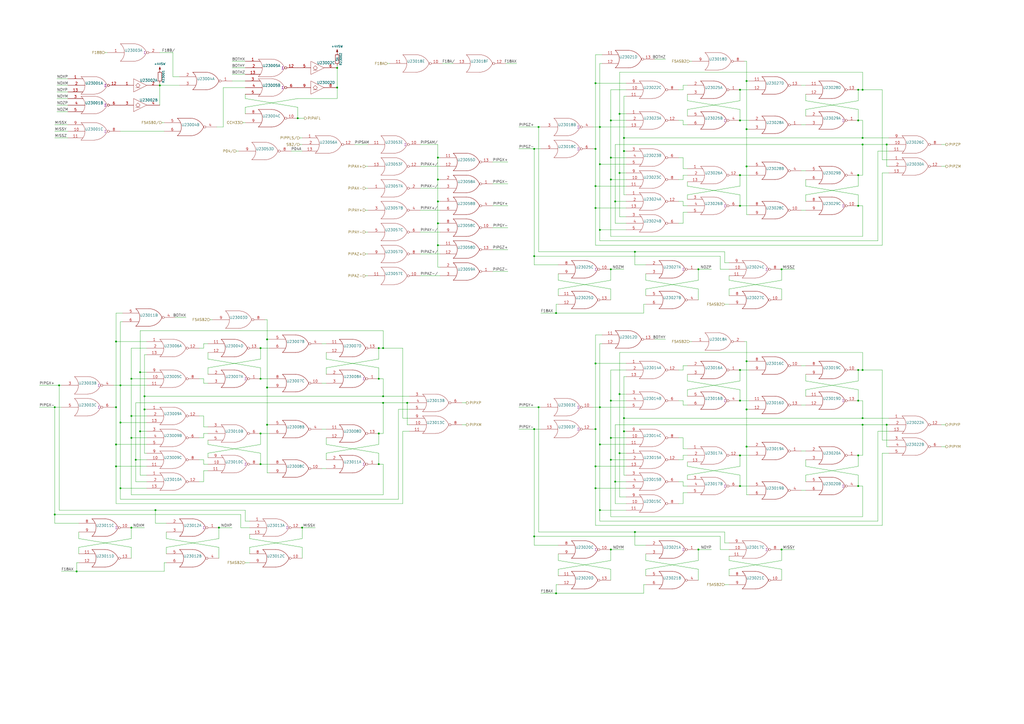
<source format=kicad_sch>
(kicad_sch (version 20211123) (generator eeschema)
  (paper "A2")
  (junction (at 67.31 270.51))
  (junction (at 69.85 283.21))
  (junction (at 175.26 306.07))
  (junction (at 83.82 237.49))
  (junction (at 433.07 237.49))
  (junction (at 356.87 116.84))
  (junction (at 405.13 318.77))
  (junction (at 497.84 69.85))
  (junction (at 345.44 270.51))
  (junction (at 453.39 318.77))
  (junction (at 347.98 133.35))
  (junction (at 347.98 295.91))
  (junction (at 497.84 232.41))
  (junction (at 254 116.84))
  (junction (at 312.42 236.22))
  (junction (at 151.13 251.46))
  (junction (at 453.39 156.21))
  (junction (at 433.07 259.08))
  (junction (at 347.98 236.22))
  (junction (at 44.45 331.47))
  (junction (at 322.58 181.61))
  (junction (at 254 91.44))
  (junction (at 368.3 146.05))
  (junction (at 368.3 308.61))
  (junction (at 309.88 248.92))
  (junction (at 359.41 100.33))
  (junction (at 359.41 228.6))
  (junction (at 69.85 223.52))
  (junction (at 34.29 223.52))
  (junction (at 76.2 254))
  (junction (at 154.94 196.85))
  (junction (at 500.38 52.07))
  (junction (at 361.95 250.19))
  (junction (at 76.2 219.71))
  (junction (at 67.31 198.12))
  (junction (at 67.31 236.22))
  (junction (at 76.2 241.3))
  (junction (at 236.22 233.68))
  (junction (at 429.26 101.6))
  (junction (at 345.44 86.36))
  (junction (at 345.44 248.92))
  (junction (at 83.82 229.87))
  (junction (at 347.98 257.81))
  (junction (at 429.26 69.85))
  (junction (at 78.74 266.7))
  (junction (at 429.26 119.38))
  (junction (at 69.85 245.11))
  (junction (at 429.26 232.41))
  (junction (at 309.88 86.36))
  (junction (at 433.07 209.55))
  (junction (at 345.44 283.21))
  (junction (at 219.71 201.93))
  (junction (at 361.95 87.63))
  (junction (at 67.31 257.81))
  (junction (at 354.33 156.21))
  (junction (at 92.71 49.53))
  (junction (at 497.84 101.6))
  (junction (at 312.42 73.66))
  (junction (at 76.2 306.07))
  (junction (at 354.33 254))
  (junction (at 429.26 214.63))
  (junction (at 90.17 295.91))
  (junction (at 361.95 242.57))
  (junction (at 254 129.54))
  (junction (at 354.33 318.77))
  (junction (at 345.44 210.82))
  (junction (at 154.94 224.79))
  (junction (at 356.87 279.4))
  (junction (at 514.35 83.82))
  (junction (at 345.44 107.95))
  (junction (at 497.84 119.38))
  (junction (at 309.88 148.59))
  (junction (at 345.44 48.26))
  (junction (at 195.58 50.8))
  (junction (at 361.95 80.01))
  (junction (at 151.13 219.71))
  (junction (at 345.44 120.65))
  (junction (at 309.88 311.15))
  (junction (at 433.07 46.99))
  (junction (at 354.33 232.41))
  (junction (at 354.33 104.14))
  (junction (at 127 306.07))
  (junction (at 497.84 52.07))
  (junction (at 500.38 80.01))
  (junction (at 151.13 269.24))
  (junction (at 219.71 251.46))
  (junction (at 433.07 96.52))
  (junction (at 222.25 229.87))
  (junction (at 514.35 246.38))
  (junction (at 500.38 83.82))
  (junction (at 172.72 68.58))
  (junction (at 222.25 233.68))
  (junction (at 81.28 250.19))
  (junction (at 347.98 73.66))
  (junction (at 151.13 201.93))
  (junction (at 359.41 262.89))
  (junction (at 429.26 52.07))
  (junction (at 429.26 281.94))
  (junction (at 219.71 269.24))
  (junction (at 354.33 69.85))
  (junction (at 500.38 242.57))
  (junction (at 497.84 214.63))
  (junction (at 322.58 344.17))
  (junction (at 429.26 264.16))
  (junction (at 31.75 298.45))
  (junction (at 433.07 74.93))
  (junction (at 500.38 246.38))
  (junction (at 347.98 95.25))
  (junction (at 405.13 156.21))
  (junction (at 31.75 236.22))
  (junction (at 81.28 215.9))
  (junction (at 254 104.14))
  (junction (at 354.33 266.7))
  (junction (at 254 142.24))
  (junction (at 219.71 219.71))
  (junction (at 500.38 214.63))
  (junction (at 354.33 91.44))
  (junction (at 497.84 281.94))
  (junction (at 497.84 264.16))
  (junction (at 195.58 39.37))
  (junction (at 222.25 201.93))
  (junction (at 359.41 66.04))
  (junction (at 154.94 246.38))
  (wire (pts (xy 464.82 99.06) (xy 467.36 99.06)))
  (wire (pts (xy 359.41 262.89) (xy 359.41 288.29)))
  (wire (pts (xy 313.69 181.61) (xy 322.58 181.61)))
  (wire (pts (xy 186.69 222.25) (xy 189.23 222.25)))
  (wire (pts (xy 195.58 38.1) (xy 195.58 39.37)))
  (wire (pts (xy 254 104.14) (xy 255.27 104.14)))
  (wire (pts (xy 433.07 46.99) (xy 433.07 74.93)))
  (wire (pts (xy 76.2 306.07) (xy 76.2 312.42)))
  (wire (pts (xy 396.24 69.85) (xy 396.24 72.39)))
  (wire (pts (xy 81.28 250.19) (xy 81.28 275.59)))
  (wire (pts (xy 467.36 270.51) (xy 467.36 266.7)))
  (wire (pts (xy 347.98 95.25) (xy 363.22 95.25)))
  (wire (pts (xy 361.95 80.01) (xy 361.95 87.63)))
  (wire (pts (xy 396.24 97.79) (xy 398.78 97.79)))
  (wire (pts (xy 347.98 257.81) (xy 347.98 295.91)))
  (wire (pts (xy 354.33 91.44) (xy 354.33 69.85)))
  (wire (pts (xy 497.84 119.38) (xy 500.38 119.38)))
  (wire (pts (xy 509.27 302.26) (xy 509.27 250.19)))
  (wire (pts (xy 309.88 316.23) (xy 323.85 316.23)))
  (wire (pts (xy 35.56 331.47) (xy 44.45 331.47)))
  (wire (pts (xy 345.44 142.24) (xy 511.81 142.24)))
  (wire (pts (xy 396.24 260.35) (xy 398.78 260.35)))
  (wire (pts (xy 323.85 162.56) (xy 323.85 158.75)))
  (wire (pts (xy 231.14 237.49) (xy 237.49 237.49)))
  (wire (pts (xy 354.33 318.77) (xy 361.95 318.77)))
  (wire (pts (xy 31.75 298.45) (xy 139.7 298.45)))
  (wire (pts (xy 361.95 55.88) (xy 363.22 55.88)))
  (wire (pts (xy 396.24 279.4) (xy 396.24 281.94)))
  (wire (pts (xy 96.52 317.5) (xy 96.52 321.31)))
  (wire (pts (xy 83.82 262.89) (xy 85.09 262.89)))
  (wire (pts (xy 433.07 198.12) (xy 433.07 209.55)))
  (wire (pts (xy 393.7 116.84) (xy 396.24 116.84)))
  (wire (pts (xy 115.57 241.3) (xy 118.11 241.3)))
  (wire (pts (xy 497.84 220.98) (xy 467.36 226.06)))
  (wire (pts (xy 453.39 336.55) (xy 453.39 330.2)))
  (wire (pts (xy 453.39 318.77) (xy 453.39 325.12)))
  (wire (pts (xy 69.85 223.52) (xy 85.09 223.52)))
  (wire (pts (xy 464.82 49.53) (xy 467.36 49.53)))
  (wire (pts (xy 345.44 194.31) (xy 345.44 210.82)))
  (wire (pts (xy 294.64 144.78) (xy 285.75 144.78)))
  (wire (pts (xy 429.26 101.6) (xy 429.26 107.95)))
  (wire (pts (xy 417.83 311.15) (xy 417.83 318.77)))
  (wire (pts (xy 361.95 87.63) (xy 361.95 113.03)))
  (wire (pts (xy 373.38 176.53) (xy 374.65 176.53)))
  (wire (pts (xy 309.88 248.92) (xy 313.69 248.92)))
  (wire (pts (xy 186.69 271.78) (xy 189.23 271.78)))
  (wire (pts (xy 154.94 196.85) (xy 154.94 224.79)))
  (wire (pts (xy 398.78 107.95) (xy 398.78 105.41)))
  (wire (pts (xy 405.13 318.77) (xy 405.13 325.12)))
  (wire (pts (xy 511.81 100.33) (xy 515.62 100.33)))
  (wire (pts (xy 497.84 52.07) (xy 500.38 52.07)))
  (wire (pts (xy 44.45 331.47) (xy 44.45 326.39)))
  (wire (pts (xy 76.2 287.02) (xy 76.2 254)))
  (wire (pts (xy 497.84 226.06) (xy 467.36 220.98)))
  (wire (pts (xy 354.33 266.7) (xy 363.22 266.7)))
  (wire (pts (xy 345.44 283.21) (xy 363.22 283.21)))
  (wire (pts (xy 345.44 120.65) (xy 363.22 120.65)))
  (wire (pts (xy 359.41 41.91) (xy 359.41 66.04)))
  (wire (pts (xy 396.24 254) (xy 396.24 260.35)))
  (wire (pts (xy 81.28 275.59) (xy 85.09 275.59)))
  (wire (pts (xy 101.6 184.15) (xy 107.95 184.15)))
  (wire (pts (xy 361.95 87.63) (xy 363.22 87.63)))
  (wire (pts (xy 356.87 129.54) (xy 363.22 129.54)))
  (wire (pts (xy 222.25 201.93) (xy 222.25 191.77)))
  (wire (pts (xy 393.7 254) (xy 396.24 254)))
  (wire (pts (xy 420.37 152.4) (xy 422.91 152.4)))
  (wire (pts (xy 500.38 41.91) (xy 359.41 41.91)))
  (wire (pts (xy 354.33 325.12) (xy 323.85 330.2)))
  (wire (pts (xy 142.24 39.37) (xy 134.62 39.37)))
  (wire (pts (xy 67.31 236.22) (xy 67.31 257.81)))
  (wire (pts (xy 359.41 262.89) (xy 363.22 262.89)))
  (wire (pts (xy 396.24 234.95) (xy 398.78 234.95)))
  (wire (pts (xy 354.33 330.2) (xy 323.85 325.12)))
  (wire (pts (xy 123.19 185.42) (xy 121.92 185.42)))
  (wire (pts (xy 254 116.84) (xy 255.27 116.84)))
  (wire (pts (xy 396.24 116.84) (xy 396.24 119.38)))
  (wire (pts (xy 76.2 254) (xy 76.2 241.3)))
  (wire (pts (xy 115.57 266.7) (xy 118.11 266.7)))
  (wire (pts (xy 78.74 266.7) (xy 78.74 279.4)))
  (wire (pts (xy 118.11 201.93) (xy 118.11 199.39)))
  (wire (pts (xy 125.73 73.66) (xy 129.54 73.66)))
  (wire (pts (xy 433.07 209.55) (xy 433.07 237.49)))
  (wire (pts (xy 34.29 223.52) (xy 34.29 295.91)))
  (wire (pts (xy 300.99 248.92) (xy 309.88 248.92)))
  (wire (pts (xy 120.65 213.36) (xy 120.65 217.17)))
  (wire (pts (xy 359.41 288.29) (xy 363.22 288.29)))
  (wire (pts (xy 368.3 146.05) (xy 368.3 153.67)))
  (wire (pts (xy 90.17 295.91) (xy 142.24 295.91)))
  (wire (pts (xy 354.33 173.99) (xy 354.33 167.64)))
  (wire (pts (xy 401.32 35.56) (xy 400.05 35.56)))
  (wire (pts (xy 354.33 254) (xy 354.33 232.41)))
  (wire (pts (xy 345.44 120.65) (xy 345.44 142.24)))
  (wire (pts (xy 67.31 236.22) (xy 66.04 236.22)))
  (wire (pts (xy 422.91 167.64) (xy 422.91 171.45)))
  (wire (pts (xy 345.44 48.26) (xy 345.44 86.36)))
  (wire (pts (xy 500.38 137.16) (xy 354.33 137.16)))
  (wire (pts (xy 243.84 160.02) (xy 255.27 160.02)))
  (wire (pts (xy 359.41 204.47) (xy 359.41 228.6)))
  (wire (pts (xy 344.17 73.66) (xy 347.98 73.66)))
  (wire (pts (xy 417.83 148.59) (xy 417.83 156.21)))
  (wire (pts (xy 417.83 318.77) (xy 422.91 318.77)))
  (wire (pts (xy 243.84 96.52) (xy 255.27 96.52)))
  (wire (pts (xy 429.26 63.5) (xy 398.78 58.42)))
  (wire (pts (xy 500.38 69.85) (xy 500.38 80.01)))
  (wire (pts (xy 78.74 233.68) (xy 222.25 233.68)))
  (wire (pts (xy 405.13 336.55) (xy 405.13 330.2)))
  (wire (pts (xy 361.95 218.44) (xy 363.22 218.44)))
  (wire (pts (xy 69.85 283.21) (xy 85.09 283.21)))
  (wire (pts (xy 115.57 254) (xy 118.11 254)))
  (wire (pts (xy 511.81 92.71) (xy 515.62 92.71)))
  (wire (pts (xy 151.13 251.46) (xy 156.21 251.46)))
  (wire (pts (xy 429.26 101.6) (xy 434.34 101.6)))
  (wire (pts (xy 354.33 214.63) (xy 363.22 214.63)))
  (wire (pts (xy 368.3 153.67) (xy 374.65 153.67)))
  (wire (pts (xy 396.24 49.53) (xy 398.78 49.53)))
  (wire (pts (xy 76.2 317.5) (xy 45.72 312.42)))
  (wire (pts (xy 354.33 91.44) (xy 363.22 91.44)))
  (wire (pts (xy 422.91 339.09) (xy 420.37 339.09)))
  (wire (pts (xy 396.24 101.6) (xy 398.78 101.6)))
  (wire (pts (xy 548.64 96.52) (xy 546.1 96.52)))
  (wire (pts (xy 151.13 257.81) (xy 120.65 262.89)))
  (wire (pts (xy 429.26 214.63) (xy 434.34 214.63)))
  (wire (pts (xy 393.7 266.7) (xy 396.24 266.7)))
  (wire (pts (xy 361.95 113.03) (xy 363.22 113.03)))
  (wire (pts (xy 374.65 330.2) (xy 374.65 334.01)))
  (wire (pts (xy 219.71 201.93) (xy 222.25 201.93)))
  (wire (pts (xy 154.94 246.38) (xy 156.21 246.38)))
  (wire (pts (xy 236.22 233.68) (xy 237.49 233.68)))
  (wire (pts (xy 429.26 69.85) (xy 434.34 69.85)))
  (wire (pts (xy 62.23 30.48) (xy 60.96 30.48)))
  (wire (pts (xy 154.94 274.32) (xy 156.21 274.32)))
  (wire (pts (xy 85.09 266.7) (xy 78.74 266.7)))
  (wire (pts (xy 254 129.54) (xy 255.27 129.54)))
  (wire (pts (xy 115.57 219.71) (xy 118.11 219.71)))
  (wire (pts (xy 405.13 325.12) (xy 374.65 330.2)))
  (wire (pts (xy 95.25 331.47) (xy 95.25 326.39)))
  (wire (pts (xy 453.39 173.99) (xy 453.39 167.64)))
  (wire (pts (xy 312.42 236.22) (xy 312.42 308.61)))
  (wire (pts (xy 361.95 218.44) (xy 361.95 242.57)))
  (wire (pts (xy 354.33 104.14) (xy 354.33 91.44)))
  (wire (pts (xy 92.71 48.26) (xy 92.71 49.53)))
  (wire (pts (xy 254 83.82) (xy 254 91.44)))
  (wire (pts (xy 76.2 201.93) (xy 85.09 201.93)))
  (wire (pts (xy 500.38 101.6) (xy 500.38 83.82)))
  (wire (pts (xy 142.24 295.91) (xy 142.24 302.26)))
  (wire (pts (xy 154.94 246.38) (xy 154.94 274.32)))
  (wire (pts (xy 433.07 259.08) (xy 434.34 259.08)))
  (wire (pts (xy 222.25 233.68) (xy 236.22 233.68)))
  (wire (pts (xy 142.24 71.12) (xy 140.97 71.12)))
  (wire (pts (xy 405.13 330.2) (xy 374.65 325.12)))
  (wire (pts (xy 294.64 93.98) (xy 285.75 93.98)))
  (wire (pts (xy 92.71 49.53) (xy 92.71 60.96)))
  (wire (pts (xy 347.98 302.26) (xy 509.27 302.26)))
  (wire (pts (xy 69.85 186.69) (xy 71.12 186.69)))
  (wire (pts (xy 429.26 270.51) (xy 398.78 275.59)))
  (wire (pts (xy 31.75 236.22) (xy 31.75 298.45)))
  (wire (pts (xy 312.42 146.05) (xy 368.3 146.05)))
  (wire (pts (xy 393.7 279.4) (xy 396.24 279.4)))
  (wire (pts (xy 514.35 83.82) (xy 515.62 83.82)))
  (wire (pts (xy 322.58 181.61) (xy 373.38 181.61)))
  (wire (pts (xy 422.91 162.56) (xy 422.91 160.02)))
  (wire (pts (xy 433.07 124.46) (xy 434.34 124.46)))
  (wire (pts (xy 345.44 194.31) (xy 349.25 194.31)))
  (wire (pts (xy 142.24 43.18) (xy 134.62 43.18)))
  (wire (pts (xy 500.38 281.94) (xy 500.38 299.72)))
  (wire (pts (xy 396.24 292.1) (xy 396.24 285.75)))
  (wire (pts (xy 254 116.84) (xy 254 129.54)))
  (wire (pts (xy 393.7 52.07) (xy 396.24 52.07)))
  (wire (pts (xy 359.41 100.33) (xy 363.22 100.33)))
  (wire (pts (xy 345.44 283.21) (xy 345.44 304.8)))
  (wire (pts (xy 309.88 148.59) (xy 417.83 148.59)))
  (wire (pts (xy 39.37 53.34) (xy 33.02 53.34)))
  (wire (pts (xy 294.64 106.68) (xy 285.75 106.68)))
  (wire (pts (xy 345.44 210.82) (xy 363.22 210.82)))
  (wire (pts (xy 129.54 73.66) (xy 129.54 50.8)))
  (wire (pts (xy 497.84 58.42) (xy 467.36 63.5)))
  (wire (pts (xy 345.44 107.95) (xy 363.22 107.95)))
  (wire (pts (xy 379.73 196.85) (xy 386.08 196.85)))
  (wire (pts (xy 500.38 204.47) (xy 359.41 204.47)))
  (wire (pts (xy 118.11 273.05) (xy 120.65 273.05)))
  (wire (pts (xy 497.84 232.41) (xy 500.38 232.41)))
  (wire (pts (xy 497.84 214.63) (xy 500.38 214.63)))
  (wire (pts (xy 322.58 181.61) (xy 322.58 176.53)))
  (wire (pts (xy 118.11 279.4) (xy 118.11 273.05)))
  (wire (pts (xy 254 91.44) (xy 255.27 91.44)))
  (wire (pts (xy 347.98 257.81) (xy 363.22 257.81)))
  (wire (pts (xy 322.58 344.17) (xy 373.38 344.17)))
  (wire (pts (xy 379.73 34.29) (xy 386.08 34.29)))
  (wire (pts (xy 127 312.42) (xy 96.52 317.5)))
  (wire (pts (xy 422.91 330.2) (xy 422.91 334.01)))
  (wire (pts (xy 243.84 134.62) (xy 255.27 134.62)))
  (wire (pts (xy 22.86 236.22) (xy 31.75 236.22)))
  (wire (pts (xy 467.36 220.98) (xy 467.36 217.17)))
  (wire (pts (xy 151.13 269.24) (xy 156.21 269.24)))
  (wire (pts (xy 151.13 201.93) (xy 156.21 201.93)))
  (wire (pts (xy 172.72 62.23) (xy 142.24 57.15)))
  (wire (pts (xy 175.26 80.01) (xy 173.99 80.01)))
  (wire (pts (xy 212.09 109.22) (xy 213.36 109.22)))
  (wire (pts (xy 254 142.24) (xy 254 154.94)))
  (wire (pts (xy 497.84 119.38) (xy 497.84 113.03)))
  (wire (pts (xy 83.82 237.49) (xy 83.82 262.89)))
  (wire (pts (xy 361.95 250.19) (xy 361.95 275.59)))
  (wire (pts (xy 347.98 199.39) (xy 347.98 236.22)))
  (wire (pts (xy 500.38 52.07) (xy 500.38 41.91)))
  (wire (pts (xy 95.25 71.12) (xy 93.98 71.12)))
  (wire (pts (xy 120.65 262.89) (xy 120.65 265.43)))
  (wire (pts (xy 396.24 285.75) (xy 398.78 285.75)))
  (wire (pts (xy 497.84 52.07) (xy 497.84 58.42)))
  (wire (pts (xy 354.33 69.85) (xy 354.33 52.07)))
  (wire (pts (xy 354.33 336.55) (xy 354.33 330.2)))
  (wire (pts (xy 354.33 318.77) (xy 354.33 325.12)))
  (wire (pts (xy 222.25 287.02) (xy 76.2 287.02)))
  (wire (pts (xy 398.78 58.42) (xy 398.78 54.61)))
  (wire (pts (xy 236.22 233.68) (xy 236.22 246.38)))
  (wire (pts (xy 83.82 205.74) (xy 83.82 229.87)))
  (wire (pts (xy 254 104.14) (xy 254 116.84)))
  (wire (pts (xy 312.42 73.66) (xy 313.69 73.66)))
  (wire (pts (xy 368.3 308.61) (xy 368.3 316.23)))
  (wire (pts (xy 69.85 245.11) (xy 85.09 245.11)))
  (wire (pts (xy 347.98 133.35) (xy 363.22 133.35)))
  (wire (pts (xy 420.37 308.61) (xy 420.37 314.96)))
  (wire (pts (xy 359.41 100.33) (xy 359.41 125.73)))
  (wire (pts (xy 118.11 247.65) (xy 120.65 247.65)))
  (wire (pts (xy 405.13 167.64) (xy 374.65 162.56)))
  (wire (pts (xy 81.28 215.9) (xy 85.09 215.9)))
  (wire (pts (xy 347.98 295.91) (xy 363.22 295.91)))
  (wire (pts (xy 67.31 292.1) (xy 233.68 292.1)))
  (wire (pts (xy 347.98 139.7) (xy 509.27 139.7)))
  (wire (pts (xy 373.38 339.09) (xy 374.65 339.09)))
  (wire (pts (xy 186.69 248.92) (xy 189.23 248.92)))
  (wire (pts (xy 154.94 185.42) (xy 154.94 196.85)))
  (wire (pts (xy 514.35 246.38) (xy 515.62 246.38)))
  (wire (pts (xy 34.29 223.52) (xy 35.56 223.52)))
  (wire (pts (xy 467.36 113.03) (xy 467.36 116.84)))
  (wire (pts (xy 422.91 325.12) (xy 422.91 322.58)))
  (wire (pts (xy 39.37 60.96) (xy 33.02 60.96)))
  (wire (pts (xy 151.13 208.28) (xy 120.65 213.36)))
  (wire (pts (xy 433.07 96.52) (xy 434.34 96.52)))
  (wire (pts (xy 420.37 314.96) (xy 422.91 314.96)))
  (wire (pts (xy 354.33 232.41) (xy 363.22 232.41)))
  (wire (pts (xy 95.25 326.39) (xy 96.52 326.39)))
  (wire (pts (xy 243.84 121.92) (xy 255.27 121.92)))
  (wire (pts (xy 139.7 298.45) (xy 139.7 306.07)))
  (wire (pts (xy 359.41 66.04) (xy 363.22 66.04)))
  (wire (pts (xy 500.38 214.63) (xy 500.38 204.47)))
  (wire (pts (xy 393.7 232.41) (xy 396.24 232.41)))
  (wire (pts (xy 393.7 292.1) (xy 396.24 292.1)))
  (wire (pts (xy 76.2 219.71) (xy 85.09 219.71)))
  (wire (pts (xy 195.58 39.37) (xy 195.58 50.8)))
  (wire (pts (xy 396.24 129.54) (xy 396.24 123.19)))
  (wire (pts (xy 405.13 318.77) (xy 412.75 318.77)))
  (wire (pts (xy 374.65 167.64) (xy 374.65 171.45)))
  (wire (pts (xy 270.51 233.68) (xy 267.97 233.68)))
  (wire (pts (xy 254 91.44) (xy 254 104.14)))
  (wire (pts (xy 345.44 86.36) (xy 345.44 107.95)))
  (wire (pts (xy 322.58 176.53) (xy 323.85 176.53)))
  (wire (pts (xy 186.69 199.39) (xy 189.23 199.39)))
  (wire (pts (xy 67.31 198.12) (xy 67.31 236.22)))
  (wire (pts (xy 345.44 248.92) (xy 344.17 248.92)))
  (wire (pts (xy 398.78 220.98) (xy 398.78 217.17)))
  (wire (pts (xy 433.07 74.93) (xy 434.34 74.93)))
  (wire (pts (xy 76.2 323.85) (xy 76.2 317.5)))
  (wire (pts (xy 345.44 270.51) (xy 345.44 283.21)))
  (wire (pts (xy 118.11 266.7) (xy 118.11 269.24)))
  (wire (pts (xy 347.98 36.83) (xy 349.25 36.83)))
  (wire (pts (xy 511.81 262.89) (xy 515.62 262.89)))
  (wire (pts (xy 69.85 283.21) (xy 69.85 289.56)))
  (wire (pts (xy 497.84 69.85) (xy 500.38 69.85)))
  (wire (pts (xy 100.33 30.48) (xy 100.33 44.45)))
  (wire (pts (xy 368.3 146.05) (xy 420.37 146.05)))
  (wire (pts (xy 361.95 55.88) (xy 361.95 80.01)))
  (wire (pts (xy 212.09 134.62) (xy 213.36 134.62)))
  (wire (pts (xy 309.88 86.36) (xy 313.69 86.36)))
  (wire (pts (xy 429.26 69.85) (xy 429.26 63.5)))
  (wire (pts (xy 219.71 257.81) (xy 189.23 262.89)))
  (wire (pts (xy 309.88 148.59) (xy 309.88 153.67)))
  (wire (pts (xy 345.44 48.26) (xy 363.22 48.26)))
  (wire (pts (xy 453.39 156.21) (xy 453.39 162.56)))
  (wire (pts (xy 226.06 36.83) (xy 224.79 36.83)))
  (wire (pts (xy 393.7 91.44) (xy 396.24 91.44)))
  (wire (pts (xy 69.85 245.11) (xy 69.85 283.21)))
  (wire (pts (xy 354.33 52.07) (xy 363.22 52.07)))
  (wire (pts (xy 433.07 74.93) (xy 433.07 96.52)))
  (wire (pts (xy 417.83 156.21) (xy 422.91 156.21)))
  (wire (pts (xy 69.85 223.52) (xy 69.85 245.11)))
  (wire (pts (xy 548.64 246.38) (xy 546.1 246.38)))
  (wire (pts (xy 398.78 270.51) (xy 398.78 267.97)))
  (wire (pts (xy 31.75 303.53) (xy 45.72 303.53)))
  (wire (pts (xy 433.07 46.99) (xy 434.34 46.99)))
  (wire (pts (xy 344.17 236.22) (xy 347.98 236.22)))
  (wire (pts (xy 323.85 325.12) (xy 323.85 321.31)))
  (wire (pts (xy 500.38 83.82) (xy 514.35 83.82)))
  (wire (pts (xy 396.24 123.19) (xy 398.78 123.19)))
  (wire (pts (xy 347.98 133.35) (xy 347.98 139.7)))
  (wire (pts (xy 429.26 52.07) (xy 434.34 52.07)))
  (wire (pts (xy 254 154.94) (xy 255.27 154.94)))
  (wire (pts (xy 142.24 302.26) (xy 144.78 302.26)))
  (wire (pts (xy 345.44 31.75) (xy 345.44 48.26)))
  (wire (pts (xy 172.72 68.58) (xy 176.53 68.58)))
  (wire (pts (xy 467.36 63.5) (xy 467.36 67.31)))
  (wire (pts (xy 151.13 251.46) (xy 151.13 257.81)))
  (wire (pts (xy 497.84 69.85) (xy 497.84 63.5)))
  (wire (pts (xy 511.81 304.8) (xy 511.81 262.89)))
  (wire (pts (xy 497.84 101.6) (xy 500.38 101.6)))
  (wire (pts (xy 345.44 86.36) (xy 344.17 86.36)))
  (wire (pts (xy 354.33 162.56) (xy 323.85 167.64)))
  (wire (pts (xy 354.33 167.64) (xy 323.85 162.56)))
  (wire (pts (xy 22.86 223.52) (xy 34.29 223.52)))
  (wire (pts (xy 233.68 242.57) (xy 237.49 242.57)))
  (wire (pts (xy 300.99 73.66) (xy 312.42 73.66)))
  (wire (pts (xy 154.94 224.79) (xy 154.94 246.38)))
  (wire (pts (xy 396.24 119.38) (xy 398.78 119.38)))
  (wire (pts (xy 347.98 95.25) (xy 347.98 133.35)))
  (wire (pts (xy 151.13 219.71) (xy 151.13 213.36)))
  (wire (pts (xy 398.78 63.5) (xy 398.78 67.31)))
  (wire (pts (xy 433.07 237.49) (xy 433.07 259.08)))
  (wire (pts (xy 233.68 201.93) (xy 233.68 242.57)))
  (wire (pts (xy 509.27 87.63) (xy 515.62 87.63)))
  (wire (pts (xy 464.82 284.48) (xy 467.36 284.48)))
  (wire (pts (xy 39.37 64.77) (xy 33.02 64.77)))
  (wire (pts (xy 139.7 306.07) (xy 144.78 306.07)))
  (wire (pts (xy 429.26 232.41) (xy 434.34 232.41)))
  (wire (pts (xy 433.07 35.56) (xy 433.07 46.99)))
  (wire (pts (xy 393.7 69.85) (xy 396.24 69.85)))
  (wire (pts (xy 219.71 269.24) (xy 222.25 269.24)))
  (wire (pts (xy 373.38 344.17) (xy 373.38 339.09)))
  (wire (pts (xy 219.71 251.46) (xy 219.71 257.81)))
  (wire (pts (xy 429.26 119.38) (xy 429.26 113.03)))
  (wire (pts (xy 429.26 58.42) (xy 398.78 63.5)))
  (wire (pts (xy 497.84 264.16) (xy 500.38 264.16)))
  (wire (pts (xy 118.11 269.24) (xy 120.65 269.24)))
  (wire (pts (xy 511.81 255.27) (xy 515.62 255.27)))
  (wire (pts (xy 500.38 299.72) (xy 354.33 299.72)))
  (wire (pts (xy 497.84 264.16) (xy 497.84 270.51)))
  (wire (pts (xy 144.78 326.39) (xy 142.24 326.39)))
  (wire (pts (xy 151.13 201.93) (xy 151.13 208.28)))
  (wire (pts (xy 96.52 312.42) (xy 96.52 308.61)))
  (wire (pts (xy 433.07 237.49) (xy 434.34 237.49)))
  (wire (pts (xy 67.31 198.12) (xy 85.09 198.12)))
  (wire (pts (xy 433.07 259.08) (xy 433.07 287.02)))
  (wire (pts (xy 422.91 176.53) (xy 420.37 176.53)))
  (wire (pts (xy 76.2 306.07) (xy 83.82 306.07)))
  (wire (pts (xy 467.36 58.42) (xy 467.36 54.61)))
  (wire (pts (xy 243.84 83.82) (xy 254 83.82)))
  (wire (pts (xy 172.72 68.58) (xy 172.72 62.23)))
  (wire (pts (xy 429.26 281.94) (xy 434.34 281.94)))
  (wire (pts (xy 345.44 210.82) (xy 345.44 248.92)))
  (wire (pts (xy 396.24 91.44) (xy 396.24 97.79)))
  (wire (pts (xy 373.38 181.61) (xy 373.38 176.53)))
  (wire (pts (xy 222.25 201.93) (xy 233.68 201.93)))
  (wire (pts (xy 347.98 36.83) (xy 347.98 73.66)))
  (wire (pts (xy 396.24 266.7) (xy 396.24 264.16)))
  (wire (pts (xy 433.07 209.55) (xy 434.34 209.55)))
  (wire (pts (xy 81.28 215.9) (xy 81.28 250.19)))
  (wire (pts (xy 497.84 113.03) (xy 467.36 107.95)))
  (wire (pts (xy 514.35 259.08) (xy 515.62 259.08)))
  (wire (pts (xy 67.31 181.61) (xy 71.12 181.61)))
  (wire (pts (xy 189.23 208.28) (xy 189.23 204.47)))
  (wire (pts (xy 429.26 214.63) (xy 429.26 220.98)))
  (wire (pts (xy 151.13 269.24) (xy 151.13 262.89)))
  (wire (pts (xy 309.88 248.92) (xy 309.88 311.15)))
  (wire (pts (xy 127 306.07) (xy 134.62 306.07)))
  (wire (pts (xy 396.24 212.09) (xy 398.78 212.09)))
  (wire (pts (xy 347.98 236.22) (xy 363.22 236.22)))
  (wire (pts (xy 45.72 317.5) (xy 45.72 321.31)))
  (wire (pts (xy 464.82 72.39) (xy 467.36 72.39)))
  (wire (pts (xy 312.42 73.66) (xy 312.42 146.05)))
  (wire (pts (xy 219.71 269.24) (xy 219.71 262.89)))
  (wire (pts (xy 396.24 264.16) (xy 398.78 264.16)))
  (wire (pts (xy 175.26 323.85) (xy 175.26 317.5)))
  (wire (pts (xy 118.11 241.3) (xy 118.11 247.65)))
  (wire (pts (xy 398.78 226.06) (xy 398.78 229.87)))
  (wire (pts (xy 396.24 281.94) (xy 398.78 281.94)))
  (wire (pts (xy 345.44 304.8) (xy 511.81 304.8)))
  (wire (pts (xy 356.87 246.38) (xy 500.38 246.38)))
  (wire (pts (xy 429.26 264.16) (xy 429.26 270.51)))
  (wire (pts (xy 294.64 132.08) (xy 285.75 132.08)))
  (wire (pts (xy 222.25 269.24) (xy 222.25 287.02)))
  (wire (pts (xy 151.13 262.89) (xy 120.65 257.81)))
  (wire (pts (xy 154.94 185.42) (xy 153.67 185.42)))
  (wire (pts (xy 39.37 80.01) (xy 31.75 80.01)))
  (wire (pts (xy 429.26 275.59) (xy 398.78 270.51)))
  (wire (pts (xy 118.11 219.71) (xy 118.11 222.25)))
  (wire (pts (xy 429.26 226.06) (xy 398.78 220.98)))
  (wire (pts (xy 398.78 113.03) (xy 398.78 115.57)))
  (wire (pts (xy 144.78 317.5) (xy 144.78 321.31)))
  (wire (pts (xy 129.54 50.8) (xy 142.24 50.8)))
  (wire (pts (xy 429.26 220.98) (xy 398.78 226.06)))
  (wire (pts (xy 118.11 251.46) (xy 120.65 251.46)))
  (wire (pts (xy 548.64 259.08) (xy 546.1 259.08)))
  (wire (pts (xy 396.24 72.39) (xy 398.78 72.39)))
  (wire (pts (xy 354.33 156.21) (xy 361.95 156.21)))
  (wire (pts (xy 497.84 63.5) (xy 467.36 58.42)))
  (wire (pts (xy 142.24 35.56) (xy 134.62 35.56)))
  (wire (pts (xy 354.33 299.72) (xy 354.33 266.7)))
  (wire (pts (xy 359.41 228.6) (xy 359.41 262.89)))
  (wire (pts (xy 361.95 242.57) (xy 500.38 242.57)))
  (wire (pts (xy 396.24 214.63) (xy 396.24 212.09)))
  (wire (pts (xy 222.25 251.46) (xy 222.25 233.68)))
  (wire (pts (xy 151.13 213.36) (xy 120.65 208.28)))
  (wire (pts (xy 453.39 325.12) (xy 422.91 330.2)))
  (wire (pts (xy 500.38 119.38) (xy 500.38 137.16)))
  (wire (pts (xy 92.71 30.48) (xy 100.33 30.48)))
  (wire (pts (xy 312.42 308.61) (xy 368.3 308.61)))
  (wire (pts (xy 322.58 344.17) (xy 322.58 339.09)))
  (wire (pts (xy 90.17 295.91) (xy 90.17 303.53)))
  (wire (pts (xy 363.22 279.4) (xy 356.87 279.4)))
  (wire (pts (xy 453.39 167.64) (xy 422.91 162.56)))
  (wire (pts (xy 66.04 223.52) (xy 69.85 223.52)))
  (wire (pts (xy 453.39 162.56) (xy 422.91 167.64)))
  (wire (pts (xy 195.58 50.8) (xy 195.58 57.15)))
  (wire (pts (xy 92.71 49.53) (xy 104.14 49.53)))
  (wire (pts (xy 67.31 270.51) (xy 67.31 292.1)))
  (wire (pts (xy 467.36 226.06) (xy 467.36 229.87)))
  (wire (pts (xy 356.87 246.38) (xy 356.87 279.4)))
  (wire (pts (xy 514.35 96.52) (xy 515.62 96.52)))
  (wire (pts (xy 354.33 266.7) (xy 354.33 254)))
  (wire (pts (xy 354.33 156.21) (xy 354.33 162.56)))
  (wire (pts (xy 189.23 262.89) (xy 189.23 266.7)))
  (wire (pts (xy 361.95 250.19) (xy 363.22 250.19)))
  (wire (pts (xy 345.44 270.51) (xy 363.22 270.51)))
  (wire (pts (xy 175.26 306.07) (xy 175.26 312.42)))
  (wire (pts (xy 509.27 250.19) (xy 515.62 250.19)))
  (wire (pts (xy 405.13 173.99) (xy 405.13 167.64)))
  (wire (pts (xy 312.42 236.22) (xy 313.69 236.22)))
  (wire (pts (xy 497.84 275.59) (xy 467.36 270.51)))
  (wire (pts (xy 219.71 251.46) (xy 222.25 251.46)))
  (wire (pts (xy 497.84 270.51) (xy 467.36 275.59)))
  (wire (pts (xy 293.37 36.83) (xy 299.72 36.83)))
  (wire (pts (xy 39.37 49.53) (xy 33.02 49.53)))
  (wire (pts (xy 356.87 292.1) (xy 363.22 292.1)))
  (wire (pts (xy 359.41 66.04) (xy 359.41 100.33)))
  (wire (pts (xy 142.24 62.23) (xy 142.24 66.04)))
  (wire (pts (xy 134.62 46.99) (xy 142.24 46.99)))
  (wire (pts (xy 354.33 137.16) (xy 354.33 104.14)))
  (wire (pts (xy 120.65 257.81) (xy 120.65 255.27)))
  (wire (pts (xy 429.26 281.94) (xy 429.26 275.59)))
  (wire (pts (xy 90.17 303.53) (xy 96.52 303.53)))
  (wire (pts (xy 309.88 86.36) (xy 309.88 148.59)))
  (wire (pts (xy 219.71 219.71) (xy 219.71 213.36)))
  (wire (pts (xy 31.75 236.22) (xy 35.56 236.22)))
  (wire (pts (xy 175.26 306.07) (xy 182.88 306.07)))
  (wire (pts (xy 300.99 86.36) (xy 309.88 86.36)))
  (wire (pts (xy 453.39 318.77) (xy 461.01 318.77)))
  (wire (pts (xy 429.26 119.38) (xy 434.34 119.38)))
  (wire (pts (xy 222.25 229.87) (xy 237.49 229.87)))
  (wire (pts (xy 497.84 281.94) (xy 500.38 281.94)))
  (wire (pts (xy 429.26 232.41) (xy 429.26 226.06)))
  (wire (pts (xy 368.3 308.61) (xy 420.37 308.61)))
  (wire (pts (xy 69.85 289.56) (xy 231.14 289.56)))
  (wire (pts (xy 500.38 214.63) (xy 511.81 214.63)))
  (wire (pts (xy 39.37 72.39) (xy 31.75 72.39)))
  (wire (pts (xy 433.07 198.12) (xy 431.8 198.12)))
  (wire (pts (xy 300.99 236.22) (xy 312.42 236.22)))
  (wire (pts (xy 396.24 52.07) (xy 396.24 49.53)))
  (wire (pts (xy 243.84 109.22) (xy 255.27 109.22)))
  (wire (pts (xy 212.09 96.52) (xy 213.36 96.52)))
  (wire (pts (xy 67.31 181.61) (xy 67.31 198.12)))
  (wire (pts (xy 175.26 312.42) (xy 144.78 317.5)))
  (wire (pts (xy 127 323.85) (xy 127 317.5)))
  (wire (pts (xy 514.35 83.82) (xy 514.35 96.52)))
  (wire (pts (xy 118.11 199.39) (xy 120.65 199.39)))
  (wire (pts (xy 83.82 229.87) (xy 222.25 229.87)))
  (wire (pts (xy 195.58 57.15) (xy 172.72 57.15)))
  (wire (pts (xy 154.94 224.79) (xy 156.21 224.79)))
  (wire (pts (xy 497.84 214.63) (xy 497.84 220.98)))
  (wire (pts (xy 67.31 257.81) (xy 67.31 270.51)))
  (wire (pts (xy 142.24 57.15) (xy 142.24 54.61)))
  (wire (pts (xy 243.84 147.32) (xy 255.27 147.32)))
  (wire (pts (xy 219.71 219.71) (xy 222.25 219.71)))
  (wire (pts (xy 120.65 208.28) (xy 120.65 204.47)))
  (wire (pts (xy 81.28 250.19) (xy 85.09 250.19)))
  (wire (pts (xy 497.84 232.41) (xy 497.84 226.06)))
  (wire (pts (xy 511.81 214.63) (xy 511.81 255.27)))
  (wire (pts (xy 500.38 246.38) (xy 514.35 246.38)))
  (wire (pts (xy 270.51 246.38) (xy 267.97 246.38)))
  (wire (pts (xy 497.84 101.6) (xy 497.84 107.95)))
  (wire (pts (xy 356.87 83.82) (xy 500.38 83.82)))
  (wire (pts (xy 345.44 248.92) (xy 345.44 270.51)))
  (wire (pts (xy 44.45 326.39) (xy 45.72 326.39)))
  (wire (pts (xy 500.38 52.07) (xy 511.81 52.07)))
  (wire (pts (xy 233.68 250.19) (xy 237.49 250.19)))
  (wire (pts (xy 347.98 199.39) (xy 349.25 199.39)))
  (wire (pts (xy 233.68 292.1) (xy 233.68 250.19)))
  (wire (pts (xy 500.38 232.41) (xy 500.38 242.57)))
  (wire (pts (xy 189.23 257.81) (xy 189.23 254)))
  (wire (pts (xy 115.57 201.93) (xy 118.11 201.93)))
  (wire (pts (xy 175.26 83.82) (xy 173.99 83.82)))
  (wire (pts (xy 189.23 213.36) (xy 189.23 217.17)))
  (wire (pts (xy 205.74 83.82) (xy 213.36 83.82)))
  (wire (pts (xy 393.7 214.63) (xy 396.24 214.63)))
  (wire (pts (xy 39.37 57.15) (xy 33.02 57.15)))
  (wire (pts (xy 464.82 234.95) (xy 467.36 234.95)))
  (wire (pts (xy 396.24 104.14) (xy 396.24 101.6)))
  (wire (pts (xy 222.25 219.71) (xy 222.25 229.87)))
  (wire (pts (xy 354.33 104.14) (xy 363.22 104.14)))
  (wire (pts (xy 393.7 129.54) (xy 396.24 129.54)))
  (wire (pts (xy 219.71 208.28) (xy 189.23 213.36)))
  (wire (pts (xy 356.87 83.82) (xy 356.87 116.84)))
  (wire (pts (xy 219.71 201.93) (xy 219.71 208.28)))
  (wire (pts (xy 363.22 116.84) (xy 356.87 116.84)))
  (wire (pts (xy 118.11 254) (xy 118.11 251.46)))
  (wire (pts (xy 69.85 186.69) (xy 69.85 223.52)))
  (wire (pts (xy 309.88 311.15) (xy 309.88 316.23)))
  (wire (pts (xy 45.72 312.42) (xy 45.72 308.61)))
  (wire (pts (xy 429.26 107.95) (xy 398.78 113.03)))
  (wire (pts (xy 374.65 325.12) (xy 374.65 321.31)))
  (wire (pts (xy 34.29 295.91) (xy 90.17 295.91)))
  (wire (pts (xy 219.71 213.36) (xy 189.23 208.28)))
  (wire (pts (xy 83.82 229.87) (xy 83.82 237.49)))
  (wire (pts (xy 497.84 281.94) (xy 497.84 275.59)))
  (wire (pts (xy 453.39 156.21) (xy 461.01 156.21)))
  (wire (pts (xy 212.09 160.02) (xy 213.36 160.02)))
  (wire (pts (xy 354.33 254) (xy 363.22 254)))
  (wire (pts (xy 401.32 198.12) (xy 400.05 198.12)))
  (wire (pts (xy 31.75 298.45) (xy 31.75 303.53)))
  (wire (pts (xy 359.41 125.73) (xy 363.22 125.73)))
  (wire (pts (xy 405.13 156.21) (xy 412.75 156.21)))
  (wire (pts (xy 368.3 316.23) (xy 374.65 316.23)))
  (wire (pts (xy 254 129.54) (xy 254 142.24)))
  (wire (pts (xy 39.37 76.2) (xy 31.75 76.2)))
  (wire (pts (xy 83.82 237.49) (xy 85.09 237.49)))
  (wire (pts (xy 420.37 146.05) (xy 420.37 152.4)))
  (wire (pts (xy 429.26 264.16) (xy 434.34 264.16)))
  (wire (pts (xy 433.07 35.56) (xy 431.8 35.56)))
  (wire (pts (xy 168.91 87.63) (xy 175.26 87.63)))
  (wire (pts (xy 354.33 232.41) (xy 354.33 214.63)))
  (wire (pts (xy 511.81 52.07) (xy 511.81 92.71)))
  (wire (pts (xy 313.69 344.17) (xy 322.58 344.17)))
  (wire (pts (xy 398.78 275.59) (xy 398.78 278.13)))
  (wire (pts (xy 345.44 31.75) (xy 349.25 31.75)))
  (wire (pts (xy 118.11 222.25) (xy 120.65 222.25)))
  (wire (pts (xy 67.31 270.51) (xy 85.09 270.51)))
  (wire (pts (xy 361.95 242.57) (xy 361.95 250.19)))
  (wire (pts (xy 361.95 80.01) (xy 500.38 80.01)))
  (wire (pts (xy 433.07 96.52) (xy 433.07 124.46)))
  (wire (pts (xy 144.78 312.42) (xy 144.78 309.88)))
  (wire (pts (xy 347.98 295.91) (xy 347.98 302.26)))
  (wire (pts (xy 429.26 52.07) (xy 429.26 58.42)))
  (wire (pts (xy 464.82 121.92) (xy 467.36 121.92)))
  (wire (pts (xy 464.82 261.62) (xy 467.36 261.62)))
  (wire (pts (xy 212.09 121.92) (xy 213.36 121.92)))
  (wire (pts (xy 453.39 330.2) (xy 422.91 325.12)))
  (wire (pts (xy 231.14 289.56) (xy 231.14 237.49)))
  (wire (pts (xy 309.88 153.67) (xy 323.85 153.67)))
  (wire (pts (xy 236.22 246.38) (xy 237.49 246.38)))
  (wire (pts (xy 127 306.07) (xy 127 312.42)))
  (wire (pts (xy 396.24 232.41) (xy 396.24 234.95)))
  (wire (pts (xy 115.57 279.4) (xy 118.11 279.4)))
  (wire (pts (xy 256.54 36.83) (xy 262.89 36.83)))
  (wire (pts (xy 359.41 228.6) (xy 363.22 228.6)))
  (wire (pts (xy 345.44 107.95) (xy 345.44 120.65)))
  (wire (pts (xy 361.95 275.59) (xy 363.22 275.59)))
  (wire (pts (xy 347.98 73.66) (xy 363.22 73.66)))
  (wire (pts (xy 78.74 233.68) (xy 78.74 266.7)))
  (wire (pts (xy 44.45 331.47) (xy 95.25 331.47)))
  (wire (pts (xy 374.65 162.56) (xy 374.65 158.75)))
  (wire (pts (xy 509.27 139.7) (xy 509.27 87.63)))
  (wire (pts (xy 514.35 246.38) (xy 514.35 259.08)))
  (wire (pts (xy 347.98 236.22) (xy 347.98 257.81)))
  (wire (pts (xy 138.43 87.63) (xy 137.16 87.63)))
  (wire (pts (xy 254 142.24) (xy 255.27 142.24)))
  (wire (pts (xy 322.58 339.09) (xy 323.85 339.09)))
  (wire (pts (xy 83.82 205.74) (xy 85.09 205.74)))
  (wire (pts (xy 511.81 142.24) (xy 511.81 100.33)))
  (wire (pts (xy 356.87 116.84) (xy 356.87 129.54)))
  (wire (pts (xy 154.94 196.85) (xy 156.21 196.85)))
  (wire (pts (xy 78.74 279.4) (xy 85.09 279.4)))
  (wire (pts (xy 500.38 80.01) (xy 515.62 80.01)))
  (wire (pts (xy 393.7 104.14) (xy 396.24 104.14)))
  (wire (pts (xy 175.26 317.5) (xy 144.78 312.42)))
  (wire (pts (xy 347.98 73.66) (xy 347.98 95.25)))
  (wire (pts (xy 151.13 219.71) (xy 156.21 219.71)))
  (wire (pts (xy 294.64 157.48) (xy 285.75 157.48)))
  (wire (pts (xy 67.31 257.81) (xy 85.09 257.81)))
  (wire (pts (xy 464.82 212.09) (xy 467.36 212.09)))
  (wire (pts (xy 76.2 312.42) (xy 45.72 317.5)))
  (wire (pts (xy 405.13 156.21) (xy 405.13 162.56)))
  (wire (pts (xy 323.85 167.64) (xy 323.85 171.45)))
  (wire (pts (xy 81.28 191.77) (xy 81.28 215.9)))
  (wire (pts (xy 172.72 57.15) (xy 142.24 62.23)))
  (wire (pts (xy 467.36 107.95) (xy 467.36 104.14)))
  (wire (pts (xy 354.33 69.85) (xy 363.22 69.85)))
  (wire (pts (xy 76.2 254) (xy 85.09 254)))
  (wire (pts (xy 500.38 242.57) (xy 515.62 242.57)))
  (wire (pts (xy 76.2 241.3) (xy 76.2 219.71)))
  (wire (pts (xy 433.07 287.02) (xy 434.34 287.02)))
  (wire (pts (xy 212.09 147.32) (xy 213.36 147.32)))
  (wire (pts (xy 497.84 107.95) (xy 467.36 113.03)))
  (wire (pts (xy 467.36 275.59) (xy 467.36 279.4)))
  (wire (pts (xy 356.87 279.4) (xy 356.87 292.1)))
  (wire (pts (xy 100.33 44.45) (xy 104.14 44.45)))
  (wire (pts (xy 219.71 262.89) (xy 189.23 257.81)))
  (wire (pts (xy 405.13 162.56) (xy 374.65 167.64)))
  (wire (pts (xy 127 317.5) (xy 96.52 312.42)))
  (wire (pts (xy 429.26 113.03) (xy 398.78 107.95)))
  (wire (pts (xy 39.37 45.72) (xy 33.02 45.72)))
  (wire (pts (xy 76.2 241.3) (xy 85.09 241.3)))
  (wire (pts (xy 294.64 119.38) (xy 285.75 119.38)))
  (wire (pts (xy 309.88 311.15) (xy 417.83 311.15)))
  (wire (pts (xy 69.85 76.2) (xy 95.25 76.2)))
  (wire (pts (xy 323.85 330.2) (xy 323.85 334.01)))
  (wire (pts (xy 222.25 191.77) (xy 81.28 191.77)))
  (wire (pts (xy 548.64 83.82) (xy 546.1 83.82)))
  (wire (pts (xy 500.38 264.16) (xy 500.38 246.38)))
  (wire (pts (xy 76.2 219.71) (xy 76.2 201.93)))
  (label "BOTHX" (at 134.62 35.56 0) (effects (font (size 1.524 1.524))))
  (label "PIPGZ-" (at 294.64 157.48 180) (effects (font (size 1.524 1.524))))
  (label "MISSZ" (at 461.01 156.21 180) (effects (font (size 1.524 1.524))))
  (label "PIPAX+/" (at 243.84 96.52 0) (effects (font (size 1.524 1.524))))
  (label "PIPAZ+/" (at 243.84 147.32 0) (effects (font (size 1.524 1.524))))
  (label "PIPGX+" (at 22.86 223.52 0) (effects (font (size 1.524 1.524))))
  (label "BOTHZ" (at 134.62 43.18 0) (effects (font (size 1.524 1.524))))
  (label "NOYM" (at 33.02 57.15 0) (effects (font (size 1.524 1.524))))
  (label "PIPGY-" (at 294.64 132.08 180) (effects (font (size 1.524 1.524))))
  (label "NOZM" (at 361.95 156.21 180) (effects (font (size 1.524 1.524))))
  (label "NOZM" (at 33.02 64.77 0) (effects (font (size 1.524 1.524))))
  (label "PIPGX-" (at 22.86 236.22 0) (effects (font (size 1.524 1.524))))
  (label "PIPSAM" (at 205.74 83.82 0) (effects (font (size 1.524 1.524))))
  (label "NOXM" (at 33.02 49.53 0) (effects (font (size 1.524 1.524))))
  (label "NOYP" (at 33.02 53.34 0) (effects (font (size 1.524 1.524))))
  (label "PIPAY-/" (at 243.84 134.62 0) (effects (font (size 1.524 1.524))))
  (label "F18AX" (at 313.69 344.17 0) (effects (font (size 1.524 1.524))))
  (label "PIPGY-" (at 300.99 248.92 0) (effects (font (size 1.524 1.524))))
  (label "BOTHY" (at 386.08 196.85 180) (effects (font (size 1.524 1.524))))
  (label "MISSZ" (at 31.75 80.01 0) (effects (font (size 1.524 1.524))))
  (label "MISSY" (at 31.75 76.2 0) (effects (font (size 1.524 1.524))))
  (label "NOXM" (at 83.82 306.07 180) (effects (font (size 1.524 1.524))))
  (label "PIPGX+" (at 294.64 93.98 180) (effects (font (size 1.524 1.524))))
  (label "PIPGZ+" (at 294.64 144.78 180) (effects (font (size 1.524 1.524))))
  (label "BOTHY" (at 134.62 39.37 0) (effects (font (size 1.524 1.524))))
  (label "F18AX" (at 299.72 36.83 180) (effects (font (size 1.524 1.524))))
  (label "NOXP" (at 134.62 306.07 180) (effects (font (size 1.524 1.524))))
  (label "F18A/" (at 256.54 36.83 0) (effects (font (size 1.524 1.524))))
  (label "F18AX" (at 35.56 331.47 0) (effects (font (size 1.524 1.524))))
  (label "PIPGZ-" (at 300.99 86.36 0) (effects (font (size 1.524 1.524))))
  (label "BOTHZ" (at 386.08 34.29 180) (effects (font (size 1.524 1.524))))
  (label "PIPSAM/" (at 243.84 83.82 0) (effects (font (size 1.524 1.524))))
  (label "BOTHX" (at 107.95 184.15 180) (effects (font (size 1.524 1.524))))
  (label "PIPGX-" (at 294.64 106.68 180) (effects (font (size 1.524 1.524))))
  (label "MISSX" (at 31.75 72.39 0) (effects (font (size 1.524 1.524))))
  (label "PIPGY+" (at 294.64 119.38 180) (effects (font (size 1.524 1.524))))
  (label "MISSY" (at 461.01 318.77 180) (effects (font (size 1.524 1.524))))
  (label "PIPAX-/" (at 243.84 109.22 0) (effects (font (size 1.524 1.524))))
  (label "NOZP" (at 412.75 156.21 180) (effects (font (size 1.524 1.524))))
  (label "F18AX" (at 313.69 181.61 0) (effects (font (size 1.524 1.524))))
  (label "NOZP" (at 33.02 60.96 0) (effects (font (size 1.524 1.524))))
  (label "PIPAY+/" (at 243.84 121.92 0) (effects (font (size 1.524 1.524))))
  (label "F18B/" (at 93.98 30.48 0) (effects (font (size 1.524 1.524))))
  (label "NOXP" (at 33.02 45.72 0) (effects (font (size 1.524 1.524))))
  (label "PIPGZ+" (at 300.99 73.66 0) (effects (font (size 1.524 1.524))))
  (label "P04A" (at 168.91 87.63 0) (effects (font (size 1.524 1.524))))
  (label "PIPGY+" (at 300.99 236.22 0) (effects (font (size 1.524 1.524))))
  (label "MISSX" (at 182.88 306.07 180) (effects (font (size 1.524 1.524))))
  (label "NOYP" (at 412.75 318.77 180) (effects (font (size 1.524 1.524))))
  (label "PIPAZ-/" (at 243.84 160.02 0) (effects (font (size 1.524 1.524))))
  (label "NOYM" (at 361.95 318.77 180) (effects (font (size 1.524 1.524))))
  (hierarchical_label "F5ASB2" (shape input) (at 121.92 185.42 180) (effects (font (size 1.524 1.524))))
  (hierarchical_label "PIPAFL" (shape output) (at 176.53 68.58 0) (effects (font (size 1.524 1.524))))
  (hierarchical_label "SB2/" (shape input) (at 173.99 83.82 180) (effects (font (size 1.524 1.524))))
  (hierarchical_label "PIPYP" (shape output) (at 548.64 246.38 0) (effects (font (size 1.524 1.524))))
  (hierarchical_label "P04/" (shape input) (at 137.16 87.63 180) (effects (font (size 1.524 1.524))))
  (hierarchical_label "F18A" (shape input) (at 224.79 36.83 180) (effects (font (size 1.524 1.524))))
  (hierarchical_label "PIPAY-" (shape input) (at 212.09 134.62 180) (effects (font (size 1.524 1.524))))
  (hierarchical_label "PIPZM" (shape output) (at 548.64 96.52 0) (effects (font (size 1.524 1.524))))
  (hierarchical_label "F5ASB2" (shape input) (at 420.37 339.09 180) (effects (font (size 1.524 1.524))))
  (hierarchical_label "F5ASB2" (shape input) (at 400.05 35.56 180) (effects (font (size 1.524 1.524))))
  (hierarchical_label "PIPAY+" (shape input) (at 212.09 121.92 180) (effects (font (size 1.524 1.524))))
  (hierarchical_label "CCH33" (shape input) (at 140.97 71.12 180) (effects (font (size 1.524 1.524))))
  (hierarchical_label "F5ASB2" (shape input) (at 142.24 326.39 180) (effects (font (size 1.524 1.524))))
  (hierarchical_label "F5ASB2" (shape input) (at 400.05 198.12 180) (effects (font (size 1.524 1.524))))
  (hierarchical_label "PIPPLS/" (shape input) (at 173.99 80.01 180) (effects (font (size 1.524 1.524))))
  (hierarchical_label "F5ASB2" (shape input) (at 420.37 176.53 180) (effects (font (size 1.524 1.524))))
  (hierarchical_label "PIPAZ+" (shape input) (at 212.09 147.32 180) (effects (font (size 1.524 1.524))))
  (hierarchical_label "PIPAX+" (shape input) (at 212.09 96.52 180) (effects (font (size 1.524 1.524))))
  (hierarchical_label "PIPYM" (shape output) (at 548.64 259.08 0) (effects (font (size 1.524 1.524))))
  (hierarchical_label "PIPAX-" (shape input) (at 212.09 109.22 180) (effects (font (size 1.524 1.524))))
  (hierarchical_label "PIPXP" (shape output) (at 270.51 233.68 0) (effects (font (size 1.524 1.524))))
  (hierarchical_label "F18B" (shape input) (at 60.96 30.48 180) (effects (font (size 1.524 1.524))))
  (hierarchical_label "PIPAZ-" (shape input) (at 212.09 160.02 180) (effects (font (size 1.524 1.524))))
  (hierarchical_label "PIPXM" (shape output) (at 270.51 246.38 0) (effects (font (size 1.524 1.524))))
  (hierarchical_label "F5ASB0/" (shape input) (at 93.98 71.12 180) (effects (font (size 1.524 1.524))))
  (hierarchical_label "PIPZP" (shape output) (at 548.64 83.82 0) (effects (font (size 1.524 1.524))))
  (symbol (lib_id "agc_kicad_components:74HC27") (at 54.61 49.53 0) (unit 1)
    (property "Reference" "U23001" (at 54.61 48.26 0) (effects (font (size 1.524 1.524))))
    (property "Initial" "1" (at 60.96 49.53 0) (effects (font (size 1.524 1.524) italic)))
  )
  (symbol (lib_id "agc_kicad_components:74HC27") (at 54.61 60.96 0) (unit 2)
    (property "Reference" "U23001" (at 54.61 59.69 0) (effects (font (size 1.524 1.524))))
    (property "Initial" "1" (at 60.96 60.96 0) (effects (font (size 1.524 1.524) italic)))
  )
  (symbol (lib_id "agc_kicad_components:74LVC07") (at 81.28 49.53 0) (unit 1)
    (property "Reference" "U23002" (at 86.233 46.609 0) (effects (font (size 1.524 1.524))))
  )
  (symbol (lib_id "agc_kicad_components:74LVC07") (at 81.28 60.96 0) (unit 2)
    (property "Reference" "U23002" (at 86.233 58.039 0) (effects (font (size 1.524 1.524))))
  )
  (symbol (lib_id "Device:R") (at 92.71 44.45 0) (unit 1)
    (property "Reference" "R23001" (at 94.742 44.45 90))
  )
  (symbol (lib_id "agc_kicad_components:74HC04") (at 77.47 30.48 0) (unit 1)
    (property "Reference" "U23003" (at 77.47 29.21 0) (effects (font (size 1.524 1.524))))
    (property "Initial" "1" (at 83.82 30.48 0) (effects (font (size 1.524 1.524) italic)))
  )
  (symbol (lib_id "agc_kicad_components:74HC02") (at 119.38 46.99 0) (unit 1)
    (property "Reference" "U23004" (at 119.38 45.72 0) (effects (font (size 1.524 1.524))))
  )
  (symbol (lib_id "agc_kicad_components:74HC27") (at 54.61 76.2 0) (unit 3)
    (property "Reference" "U23001" (at 54.61 74.93 0) (effects (font (size 1.524 1.524))))
    (property "Initial" "1" (at 60.96 76.2 0) (effects (font (size 1.524 1.524) italic)))
  )
  (symbol (lib_id "agc_kicad_components:74HC02") (at 110.49 73.66 0) (unit 2)
    (property "Reference" "U23004" (at 110.49 72.39 0) (effects (font (size 1.524 1.524))))
  )
  (symbol (lib_id "agc_kicad_components:74HC27") (at 157.48 39.37 0) (unit 1)
    (property "Reference" "U23005" (at 157.48 38.1 0) (effects (font (size 1.524 1.524))))
    (property "Initial" "1" (at 163.83 39.37 0) (effects (font (size 1.524 1.524) italic)))
  )
  (symbol (lib_id "agc_kicad_components:74HC27") (at 157.48 50.8 0) (unit 2)
    (property "Reference" "U23005" (at 157.48 49.53 0) (effects (font (size 1.524 1.524))))
    (property "Initial" "1" (at 163.83 50.8 0) (effects (font (size 1.524 1.524) italic)))
  )
  (symbol (lib_id "agc_kicad_components:74LVC07") (at 184.15 39.37 0) (unit 3)
    (property "Reference" "U23002" (at 189.103 36.449 0) (effects (font (size 1.524 1.524))))
  )
  (symbol (lib_id "agc_kicad_components:74LVC07") (at 184.15 50.8 0) (unit 4)
    (property "Reference" "U23002" (at 189.103 47.879 0) (effects (font (size 1.524 1.524))))
  )
  (symbol (lib_id "Device:R") (at 195.58 34.29 0) (unit 1)
    (property "Reference" "R23002" (at 197.612 34.29 90))
    (property "Value" "5k" (at 195.58 34.29 90))
  )
  (symbol (lib_id "agc_kicad_components:74HC02") (at 157.48 68.58 0) (unit 3)
    (property "Reference" "U23004" (at 157.48 67.31 0) (effects (font (size 1.524 1.524))))
  )
  (symbol (lib_id "agc_kicad_components:74HC04") (at 50.8 223.52 0) (unit 2)
    (property "Reference" "U23003" (at 50.8 222.25 0) (effects (font (size 1.524 1.524))))
    (property "Initial" "1" (at 57.15 223.52 0) (effects (font (size 1.524 1.524) italic)))
  )
  (symbol (lib_id "agc_kicad_components:74HC04") (at 50.8 236.22 0) (unit 3)
    (property "Reference" "U23003" (at 50.8 234.95 0) (effects (font (size 1.524 1.524))))
    (property "Initial" "1" (at 57.15 236.22 0) (effects (font (size 1.524 1.524) italic)))
  )
  (symbol (lib_id "agc_kicad_components:74HC27") (at 100.33 219.71 0) (unit 3)
    (property "Reference" "U23005" (at 100.33 218.44 0) (effects (font (size 1.524 1.524))))
  )
  (symbol (lib_id "agc_kicad_components:74HC27") (at 100.33 201.93 0) (unit 1)
    (property "Reference" "U23006" (at 100.33 200.66 0) (effects (font (size 1.524 1.524))))
  )
  (symbol (lib_id "agc_kicad_components:74HC02") (at 135.89 201.93 0) (unit 4)
    (property "Reference" "U23004" (at 135.89 200.66 0) (effects (font (size 1.524 1.524))))
  )
  (symbol (lib_id "agc_kicad_components:74HC02") (at 135.89 219.71 0) (unit 1)
    (property "Reference" "U23007" (at 135.89 218.44 0) (effects (font (size 1.524 1.524))))
    (property "Initial" "1" (at 142.24 219.71 0) (effects (font (size 1.524 1.524) italic)))
  )
  (symbol (lib_id "agc_kicad_components:74HC02") (at 171.45 199.39 0) (unit 2)
    (property "Reference" "U23007" (at 171.45 198.12 0) (effects (font (size 1.524 1.524))))
  )
  (symbol (lib_id "agc_kicad_components:74HC02") (at 171.45 222.25 0) (unit 3)
    (property "Reference" "U23007" (at 171.45 220.98 0) (effects (font (size 1.524 1.524))))
  )
  (symbol (lib_id "agc_kicad_components:74HC04") (at 138.43 185.42 0) (unit 4)
    (property "Reference" "U23003" (at 138.43 184.15 0) (effects (font (size 1.524 1.524))))
  )
  (symbol (lib_id "agc_kicad_components:74HC02") (at 204.47 201.93 0) (unit 4)
    (property "Reference" "U23007" (at 204.47 200.66 0) (effects (font (size 1.524 1.524))))
  )
  (symbol (lib_id "agc_kicad_components:74HC02") (at 204.47 219.71 0) (unit 1)
    (property "Reference" "U23008" (at 204.47 218.44 0) (effects (font (size 1.524 1.524))))
    (property "Initial" "1" (at 210.82 219.71 0) (effects (font (size 1.524 1.524) italic)))
  )
  (symbol (lib_id "agc_kicad_components:74HC02") (at 171.45 248.92 0) (unit 2)
    (property "Reference" "U23008" (at 171.45 247.65 0) (effects (font (size 1.524 1.524))))
  )
  (symbol (lib_id "agc_kicad_components:74HC02") (at 171.45 271.78 0) (unit 3)
    (property "Reference" "U23008" (at 171.45 270.51 0) (effects (font (size 1.524 1.524))))
  )
  (symbol (lib_id "agc_kicad_components:74HC02") (at 204.47 251.46 0) (unit 4)
    (property "Reference" "U23008" (at 204.47 250.19 0) (effects (font (size 1.524 1.524))))
  )
  (symbol (lib_id "agc_kicad_components:74HC02") (at 204.47 269.24 0) (unit 1)
    (property "Reference" "U23011" (at 204.47 267.97 0) (effects (font (size 1.524 1.524))))
    (property "Initial" "1" (at 210.82 269.24 0) (effects (font (size 1.524 1.524) italic)))
  )
  (symbol (lib_id "agc_kicad_components:74HC27") (at 135.89 269.24 0) (unit 3)
    (property "Reference" "U23010" (at 135.89 267.97 0) (effects (font (size 1.524 1.524))))
    (property "Initial" "1" (at 142.24 269.24 0) (effects (font (size 1.524 1.524) italic)))
  )
  (symbol (lib_id "agc_kicad_components:74HC27") (at 135.89 251.46 0) (unit 2)
    (property "Reference" "U23010" (at 135.89 250.19 0) (effects (font (size 1.524 1.524))))
  )
  (symbol (lib_id "agc_kicad_components:74HC27") (at 100.33 241.3 0) (unit 1)
    (property "Reference" "U23009" (at 100.33 240.03 0) (effects (font (size 1.524 1.524))))
  )
  (symbol (lib_id "agc_kicad_components:74HC27") (at 100.33 254 0) (unit 2)
    (property "Reference" "U23009" (at 100.33 252.73 0) (effects (font (size 1.524 1.524))))
  )
  (symbol (lib_id "agc_kicad_components:74HC27") (at 100.33 266.7 0) (unit 3)
    (property "Reference" "U23009" (at 100.33 265.43 0) (effects (font (size 1.524 1.524))))
  )
  (symbol (lib_id "agc_kicad_components:74HC27") (at 100.33 279.4 0) (unit 1)
    (property "Reference" "U23010" (at 100.33 278.13 0) (effects (font (size 1.524 1.524))))
  )
  (symbol (lib_id "agc_kicad_components:74HC02") (at 86.36 184.15 0) (unit 2)
    (property "Reference" "U23011" (at 86.36 182.88 0) (effects (font (size 1.524 1.524))))
  )
  (symbol (lib_id "agc_kicad_components:74HC02") (at 60.96 306.07 0) (unit 3)
    (property "Reference" "U23011" (at 60.96 304.8 0) (effects (font (size 1.524 1.524))))
    (property "Initial" "1" (at 67.31 306.07 0) (effects (font (size 1.524 1.524) italic)))
  )
  (symbol (lib_id "agc_kicad_components:74HC02") (at 60.96 323.85 0) (unit 4)
    (property "Reference" "U23011" (at 60.96 322.58 0) (effects (font (size 1.524 1.524))))
  )
  (symbol (lib_id "agc_kicad_components:74HC02") (at 111.76 306.07 0) (unit 1)
    (property "Reference" "U23012" (at 111.76 304.8 0) (effects (font (size 1.524 1.524))))
    (property "Initial" "1" (at 118.11 306.07 0) (effects (font (size 1.524 1.524) italic)))
  )
  (symbol (lib_id "agc_kicad_components:74HC02") (at 111.76 323.85 0) (unit 2)
    (property "Reference" "U23012" (at 111.76 322.58 0) (effects (font (size 1.524 1.524))))
  )
  (symbol (lib_id "agc_kicad_components:74HC02") (at 160.02 323.85 0) (unit 3)
    (property "Reference" "U23012" (at 160.02 322.58 0) (effects (font (size 1.524 1.524))))
  )
  (symbol (lib_id "agc_kicad_components:74HC27") (at 160.02 306.07 0) (unit 1)
    (property "Reference" "U23013" (at 160.02 304.8 0) (effects (font (size 1.524 1.524))))
    (property "Initial" "1" (at 166.37 306.07 0) (effects (font (size 1.524 1.524) italic)))
  )
  (symbol (lib_id "agc_kicad_components:74HC27") (at 252.73 233.68 0) (unit 2)
    (property "Reference" "U23013" (at 252.73 232.41 0) (effects (font (size 1.524 1.524))))
  )
  (symbol (lib_id "agc_kicad_components:74HC27") (at 252.73 246.38 0) (unit 3)
    (property "Reference" "U23013" (at 252.73 245.11 0) (effects (font (size 1.524 1.524))))
  )
  (symbol (lib_id "agc_kicad_components:74HC04") (at 328.93 236.22 0) (unit 5)
    (property "Reference" "U23003" (at 328.93 234.95 0) (effects (font (size 1.524 1.524))))
    (property "Initial" "1" (at 335.28 236.22 0) (effects (font (size 1.524 1.524) italic)))
  )
  (symbol (lib_id "agc_kicad_components:74HC04") (at 328.93 248.92 0) (unit 6)
    (property "Reference" "U23003" (at 328.93 247.65 0) (effects (font (size 1.524 1.524))))
    (property "Initial" "1" (at 335.28 248.92 0) (effects (font (size 1.524 1.524) italic)))
  )
  (symbol (lib_id "agc_kicad_components:74HC27") (at 378.46 232.41 0) (unit 2)
    (property "Reference" "U23014" (at 378.46 231.14 0) (effects (font (size 1.524 1.524))))
  )
  (symbol (lib_id "agc_kicad_components:74HC27") (at 378.46 214.63 0) (unit 1)
    (property "Reference" "U23014" (at 378.46 213.36 0) (effects (font (size 1.524 1.524))))
  )
  (symbol (lib_id "agc_kicad_components:74HC02") (at 414.02 214.63 0) (unit 1)
    (property "Reference" "U23016" (at 414.02 213.36 0) (effects (font (size 1.524 1.524))))
  )
  (symbol (lib_id "agc_kicad_components:74HC02") (at 414.02 232.41 0) (unit 2)
    (property "Reference" "U23016" (at 414.02 231.14 0) (effects (font (size 1.524 1.524))))
    (property "Initial" "1" (at 420.37 232.41 0) (effects (font (size 1.524 1.524) italic)))
  )
  (symbol (lib_id "agc_kicad_components:74HC02") (at 449.58 212.09 0) (unit 3)
    (property "Reference" "U23016" (at 449.58 210.82 0) (effects (font (size 1.524 1.524))))
  )
  (symbol (lib_id "agc_kicad_components:74HC02") (at 449.58 234.95 0) (unit 4)
    (property "Reference" "U23016" (at 449.58 233.68 0) (effects (font (size 1.524 1.524))))
  )
  (symbol (lib_id "agc_kicad_components:74HC04") (at 416.56 198.12 0) (unit 1)
    (property "Reference" "U23018" (at 416.56 196.85 0) (effects (font (size 1.524 1.524))))
  )
  (symbol (lib_id "agc_kicad_components:74HC02") (at 482.6 214.63 0) (unit 3)
    (property "Reference" "U23019" (at 482.6 213.36 0) (effects (font (size 1.524 1.524))))
  )
  (symbol (lib_id "agc_kicad_components:74HC02") (at 482.6 232.41 0) (unit 4)
    (property "Reference" "U23019" (at 482.6 231.14 0) (effects (font (size 1.524 1.524))))
    (property "Initial" "1" (at 488.95 232.41 0) (effects (font (size 1.524 1.524) italic)))
  )
  (symbol (lib_id "agc_kicad_components:74HC02") (at 449.58 261.62 0) (unit 1)
    (property "Reference" "U23019" (at 449.58 260.35 0) (effects (font (size 1.524 1.524))))
  )
  (symbol (lib_id "agc_kicad_components:74HC02") (at 449.58 284.48 0) (unit 2)
    (property "Reference" "U23019" (at 449.58 283.21 0) (effects (font (size 1.524 1.524))))
  )
  (symbol (lib_id "agc_kicad_components:74HC02") (at 482.6 264.16 0) (unit 1)
    (property "Reference" "U23020" (at 482.6 262.89 0) (effects (font (size 1.524 1.524))))
  )
  (symbol (lib_id "agc_kicad_components:74HC02") (at 482.6 281.94 0) (unit 2)
    (property "Reference" "U23020" (at 482.6 280.67 0) (effects (font (size 1.524 1.524))))
    (property "Initial" "1" (at 488.95 281.94 0) (effects (font (size 1.524 1.524) italic)))
  )
  (symbol (lib_id "agc_kicad_components:74HC27") (at 414.02 281.94 0) (unit 2)
    (property "Reference" "U23017" (at 414.02 280.67 0) (effects (font (size 1.524 1.524))))
    (property "Initial" "1" (at 420.37 281.94 0) (effects (font (size 1.524 1.524) italic)))
  )
  (symbol (lib_id "agc_kicad_components:74HC27") (at 414.02 264.16 0) (unit 1)
    (property "Reference" "U23017" (at 414.02 262.89 0) (effects (font (size 1.524 1.524))))
  )
  (symbol (lib_id "agc_kicad_components:74HC27") (at 378.46 254 0) (unit 3)
    (property "Reference" "U23014" (at 378.46 252.73 0) (effects (font (size 1.524 1.524))))
  )
  (symbol (lib_id "agc_kicad_components:74HC27") (at 378.46 266.7 0) (unit 1)
    (property "Reference" "U23015" (at 378.46 265.43 0) (effects (font (size 1.524 1.524))))
  )
  (symbol (lib_id "agc_kicad_components:74HC27") (at 378.46 279.4 0) (unit 2)
    (property "Reference" "U23015" (at 378.46 278.13 0) (effects (font (size 1.524 1.524))))
  )
  (symbol (lib_id "agc_kicad_components:74HC27") (at 378.46 292.1 0) (unit 3)
    (property "Reference" "U23015" (at 378.46 290.83 0) (effects (font (size 1.524 1.524))))
  )
  (symbol (lib_id "agc_kicad_components:74HC02") (at 364.49 196.85 0) (unit 4)
    (property "Reference" "U23012" (at 364.49 195.58 0) (effects (font (size 1.524 1.524))))
  )
  (symbol (lib_id "agc_kicad_components:74HC02") (at 339.09 318.77 0) (unit 3)
    (property "Reference" "U23020" (at 339.09 317.5 0) (effects (font (size 1.524 1.524))))
    (property "Initial" "1" (at 345.44 318.77 0) (effects (font (size 1.524 1.524) italic)))
  )
  (symbol (lib_id "agc_kicad_components:74HC02") (at 339.09 336.55 0) (unit 4)
    (property "Reference" "U23020" (at 339.09 335.28 0) (effects (font (size 1.524 1.524))))
  )
  (symbol (lib_id "agc_kicad_components:74HC02") (at 389.89 318.77 0) (unit 1)
    (property "Reference" "U23021" (at 389.89 317.5 0) (effects (font (size 1.524 1.524))))
    (property "Initial" "1" (at 396.24 318.77 0) (effects (font (size 1.524 1.524) italic)))
  )
  (symbol (lib_id "agc_kicad_components:74HC02") (at 389.89 336.55 0) (unit 2)
    (property "Reference" "U23021" (at 389.89 335.28 0) (effects (font (size 1.524 1.524))))
  )
  (symbol (lib_id "agc_kicad_components:74HC02") (at 438.15 336.55 0) (unit 3)
    (property "Reference" "U23021" (at 438.15 335.28 0) (effects (font (size 1.524 1.524))))
  )
  (symbol (lib_id "agc_kicad_components:74HC27") (at 438.15 318.77 0) (unit 3)
    (property "Reference" "U23017" (at 438.15 317.5 0) (effects (font (size 1.524 1.524))))
    (property "Initial" "1" (at 444.5 318.77 0) (effects (font (size 1.524 1.524) italic)))
  )
  (symbol (lib_id "agc_kicad_components:74HC27") (at 530.86 246.38 0) (unit 1)
    (property "Reference" "U23022" (at 530.86 245.11 0) (effects (font (size 1.524 1.524))))
  )
  (symbol (lib_id "agc_kicad_components:74HC27") (at 530.86 259.08 0) (unit 2)
    (property "Reference" "U23022" (at 530.86 257.81 0) (effects (font (size 1.524 1.524))))
  )
  (symbol (lib_id "agc_kicad_components:74HC04") (at 328.93 73.66 0) (unit 2)
    (property "Reference" "U23018" (at 328.93 72.39 0) (effects (font (size 1.524 1.524))))
    (property "Initial" "1" (at 335.28 73.66 0) (effects (font (size 1.524 1.524) italic)))
  )
  (symbol (lib_id "agc_kicad_components:74HC04") (at 328.93 86.36 0) (unit 3)
    (property "Reference" "U23018" (at 328.93 85.09 0) (effects (font (size 1.524 1.524))))
    (property "Initial" "1" (at 335.28 86.36 0) (effects (font (size 1.524 1.524) italic)))
  )
  (symbol (lib_id "agc_kicad_components:74HC27") (at 378.46 69.85 0) (unit 1)
    (property "Reference" "U23023" (at 378.46 68.58 0) (effects (font (size 1.524 1.524))))
  )
  (symbol (lib_id "agc_kicad_components:74HC27") (at 378.46 52.07 0) (unit 3)
    (property "Reference" "U23022" (at 378.46 50.8 0) (effects (font (size 1.524 1.524))))
  )
  (symbol (lib_id "agc_kicad_components:74HC02") (at 414.02 52.07 0) (unit 1)
    (property "Reference" "U23025" (at 414.02 50.8 0) (effects (font (size 1.524 1.524))))
  )
  (symbol (lib_id "agc_kicad_components:74HC02") (at 414.02 69.85 0) (unit 2)
    (property "Reference" "U23025" (at 414.02 68.58 0) (effects (font (size 1.524 1.524))))
    (property "Initial" "1" (at 420.37 69.85 0) (effects (font (size 1.524 1.524) italic)))
  )
  (symbol (lib_id "agc_kicad_components:74HC02") (at 449.58 49.53 0) (unit 4)
    (property "Reference" "U23027" (at 449.58 48.26 0) (effects (font (size 1.524 1.524))))
  )
  (symbol (lib_id "agc_kicad_components:74HC02") (at 449.58 72.39 0) (unit 1)
    (property "Reference" "U23028" (at 449.58 71.12 0) (effects (font (size 1.524 1.524))))
  )
  (symbol (lib_id "agc_kicad_components:74HC04") (at 416.56 35.56 0) (unit 4)
    (property "Reference" "U23018" (at 416.56 34.29 0) (effects (font (size 1.524 1.524))))
  )
  (symbol (lib_id "agc_kicad_components:74HC02") (at 482.6 52.07 0) (unit 4)
    (property "Reference" "U23028" (at 482.6 50.8 0) (effects (font (size 1.524 1.524))))
  )
  (symbol (lib_id "agc_kicad_components:74HC02") (at 482.6 69.85 0) (unit 1)
    (property "Reference" "U23029" (at 482.6 68.58 0) (effects (font (size 1.524 1.524))))
    (property "Initial" "1" (at 488.95 69.85 0) (effects (font (size 1.524 1.524) italic)))
  )
  (symbol (lib_id "agc_kicad_components:74HC02") (at 449.58 99.06 0) (unit 2)
    (property "Reference" "U23028" (at 449.58 97.79 0) (effects (font (size 1.524 1.524))))
  )
  (symbol (lib_id "agc_kicad_components:74HC02") (at 449.58 121.92 0) (unit 3)
    (property "Reference" "U23028" (at 449.58 120.65 0) (effects (font (size 1.524 1.524))))
  )
  (symbol (lib_id "agc_kicad_components:74HC02") (at 482.6 101.6 0) (unit 2)
    (property "Reference" "U23029" (at 482.6 100.33 0) (effects (font (size 1.524 1.524))))
  )
  (symbol (lib_id "agc_kicad_components:74HC02") (at 482.6 119.38 0) (unit 3)
    (property "Reference" "U23029" (at 482.6 118.11 0) (effects (font (size 1.524 1.524))))
    (property "Initial" "1" (at 488.95 119.38 0) (effects (font (size 1.524 1.524) italic)))
  )
  (symbol (lib_id "agc_kicad_components:74HC27") (at 414.02 119.38 0) (unit 2)
    (property "Reference" "U23026" (at 414.02 118.11 0) (effects (font (size 1.524 1.524))))
    (property "Initial" "1" (at 420.37 119.38 0) (effects (font (size 1.524 1.524) italic)))
  )
  (symbol (lib_id "agc_kicad_components:74HC27") (at 414.02 101.6 0) (unit 1)
    (property "Reference" "U23026" (at 414.02 100.33 0) (effects (font (size 1.524 1.524))))
  )
  (symbol (lib_id "agc_kicad_components:74HC27") (at 378.46 91.44 0) (unit 2)
    (property "Reference" "U23023" (at 378.46 90.17 0) (effects (font (size 1.524 1.524))))
  )
  (symbol (lib_id "agc_kicad_components:74HC27") (at 378.46 104.14 0) (unit 3)
    (property "Reference" "U23023" (at 378.46 102.87 0) (effects (font (size 1.524 1.524))))
  )
  (symbol (lib_id "agc_kicad_components:74HC27") (at 378.46 116.84 0) (unit 1)
    (property "Reference" "U23024" (at 378.46 115.57 0) (effects (font (size 1.524 1.524))))
  )
  (symbol (lib_id "agc_kicad_components:74HC27") (at 378.46 129.54 0) (unit 2)
    (property "Reference" "U23024" (at 378.46 128.27 0) (effects (font (size 1.524 1.524))))
  )
  (symbol (lib_id "agc_kicad_components:74HC02") (at 364.49 34.29 0) (unit 4)
    (property "Reference" "U23021" (at 364.49 33.02 0) (effects (font (size 1.524 1.524))))
  )
  (symbol (lib_id "agc_kicad_components:74HC02") (at 339.09 156.21 0) (unit 3)
    (property "Reference" "U23025" (at 339.09 154.94 0) (effects (font (size 1.524 1.524))))
    (property "Initial" "1" (at 345.44 156.21 0) (effects (font (size 1.524 1.524) italic)))
  )
  (symbol (lib_id "agc_kicad_components:74HC02") (at 339.09 173.99 0) (unit 4)
    (property "Reference" "U23025" (at 339.09 172.72 0) (effects (font (size 1.524 1.524))))
  )
  (symbol (lib_id "agc_kicad_components:74HC02") (at 389.89 156.21 0) (unit 1)
    (property "Reference" "U23027" (at 389.89 154.94 0) (effects (font (size 1.524 1.524))))
    (property "Initial" "1" (at 396.24 156.21 0) (effects (font (size 1.524 1.524) italic)))
  )
  (symbol (lib_id "agc_kicad_components:74HC02") (at 389.89 173.99 0) (unit 2)
    (property "Reference" "U23027" (at 389.89 172.72 0) (effects (font (size 1.524 1.524))))
  )
  (symbol (lib_id "agc_kicad_components:74HC02") (at 438.15 173.99 0) (unit 3)
    (property "Reference" "U23027" (at 438.15 172.72 0) (effects (font (size 1.524 1.524))))
  )
  (symbol (lib_id "agc_kicad_components:74HC27") (at 438.15 156.21 0) (unit 3)
    (property "Reference" "U23024" (at 438.15 154.94 0) (effects (font (size 1.524 1.524))))
    (property "Initial" "1" (at 444.5 156.21 0) (effects (font (size 1.524 1.524) italic)))
  )
  (symbol (lib_id "agc_kicad_components:74HC27") (at 530.86 83.82 0) (unit 3)
    (property "Reference" "U23026" (at 530.86 82.55 0) (effects (font (size 1.524 1.524))))
  )
  (symbol (lib_id "agc_kicad_components:74HC27") (at 530.86 96.52 0) (unit 1)
    (property "Reference" "U23030" (at 530.86 95.25 0) (effects (font (size 1.524 1.524))))
  )
  (symbol (lib_id "agc_kicad_components:74HC04") (at 241.3 36.83 0) (unit 5)
    (property "Reference" "U23018" (at 241.3 35.56 0) (effects (font (size 1.524 1.524))))
  )
  (symbol (lib_id "agc_kicad_components:74HC04") (at 278.13 36.83 0) (unit 6)
    (property "Reference" "U23018" (at 278.13 35.56 0) (effects (font (size 1.524 1.524))))
  )
  (symbol (lib_id "agc_kicad_components:74HC27") (at 190.5 83.82 0) (unit 1)
    (property "Reference" "U23056" (at 190.5 82.55 0) (effects (font (size 1.524 1.524))))
  )
  (symbol (lib_id "agc_kicad_components:74HC04") (at 153.67 87.63 0) (unit 4)
    (property "Reference" "U23053" (at 153.67 86.36 0) (effects (font (size 1.524 1.524))))
  )
  (symbol (lib_id "agc_kicad_components:74HC04") (at 228.6 83.82 0) (unit 5)
    (property "Reference" "U23053" (at 228.6 82.55 0) (effects (font (size 1.524 1.524))))
    (property "Initial" "1" (at 234.95 83.82 0) (effects (font (size 1.524 1.524) italic)))
  )
  (symbol (lib_id "agc_kicad_components:74HC02") (at 270.51 93.98 0) (unit 4)
    (property "Reference" "U23055" (at 270.51 92.71 0) (effects (font (size 1.524 1.524))))
  )
  (symbol (lib_id "agc_kicad_components:74HC04") (at 228.6 96.52 0) (unit 6)
    (property "Reference" "U23053" (at 228.6 95.25 0) (effects (font (size 1.524 1.524))))
  )
  (symbol (lib_id "agc_kicad_components:74HC02") (at 270.51 106.68 0) (unit 1)
    (property "Reference" "U23058" (at 270.51 105.41 0) (effects (font (size 1.524 1.524))))
  )
  (symbol (lib_id "agc_kicad_components:74HC04") (at 228.6 109.22 0) (unit 1)
    (property "Reference" "U23057" (at 228.6 107.95 0) (effects (font (size 1.524 1.524))))
  )
  (symbol (lib_id "agc_kicad_components:74HC02") (at 270.51 119.38 0) (unit 2)
    (property "Reference" "U23058" (at 270.51 118.11 0) (effects (font (size 1.524 1.524))))
  )
  (symbol (lib_id "agc_kicad_components:74HC04") (at 228.6 121.92 0) (unit 2)
    (property "Reference" "U23057" (at 228.6 120.65 0) (effects (font (size 1.524 1.524))))
  )
  (symbol (lib_id "agc_kicad_components:74HC02") (at 270.51 132.08 0) (unit 3)
    (property "Reference" "U23058" (at 270.51 130.81 0) (effects (font (size 1.524 1.524))))
  )
  (symbol (lib_id "agc_kicad_components:74HC04") (at 228.6 134.62 0) (unit 3)
    (property "Reference" "U23057" (at 228.6 133.35 0) (effects (font (size 1.524 1.524))))
  )
  (symbol (lib_id "agc_kicad_components:74HC02") (at 270.51 144.78 0) (unit 4)
    (property "Reference" "U23058" (at 270.51 143.51 0) (effects (font (size 1.524 1.524))))
  )
  (symbol (lib_id "agc_kicad_components:74HC04") (at 228.6 147.32 0) (unit 4)
    (property "Reference" "U23057" (at 228.6 146.05 0) (effects (font (size 1.524 1.524))))
  )
  (symbol (lib_id "agc_kicad_components:74HC02") (at 270.51 157.48 0) (unit 1)
    (property "Reference" "U23059" (at 270.51 156.21 0) (effects (font (size 1.524 1.524))))
  )
  (symbol (lib_id "agc_kicad_components:74HC04") (at 228.6 160.02 0) (unit 5)
    (property "Reference" "U23057" (at 228.6 158.75 0) (effects (font (size 1.524 1.524))))
  )
  (symbol (lib_id "agc_kicad_components:+4VSW") (at 195.58 30.48 0) (unit 1)
    (property "Reference" "#PWR06" (effects hide))
  )
  (symbol (lib_id "agc_kicad_components:+4VSW") (at 92.71 40.64 0) (unit 1)
    (property "Reference" "#PWR07" (effects hide))
  )
)
</source>
